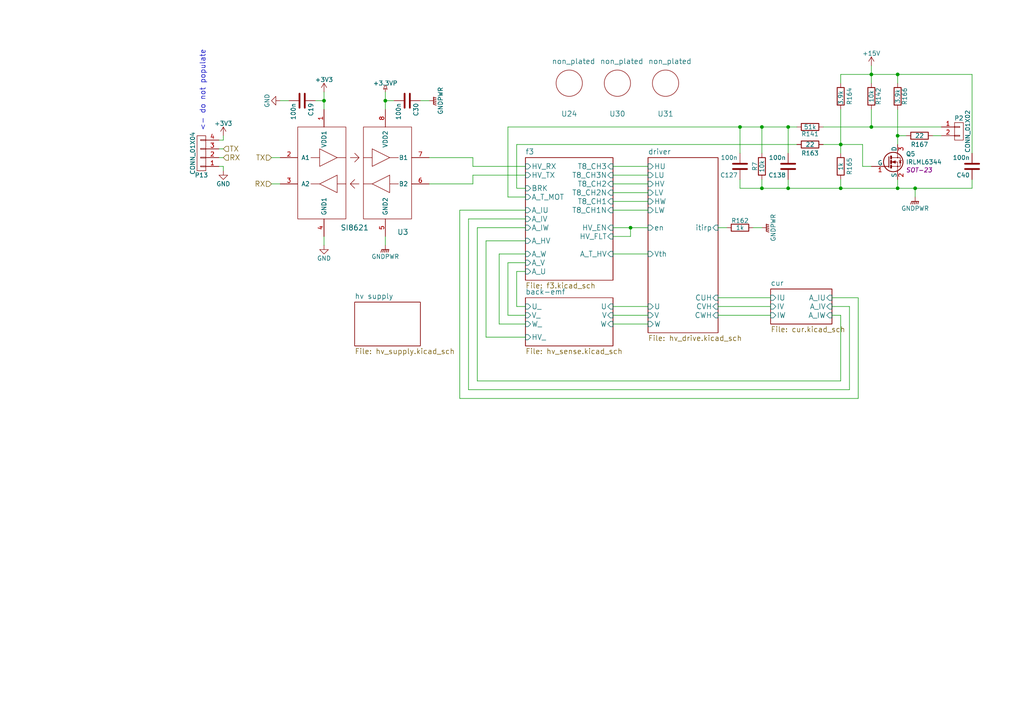
<source format=kicad_sch>
(kicad_sch (version 20211123) (generator eeschema)
  (paper "A4")
  (lib_symbols
    (symbol "stmbl_4.0-rescue:+15V-stmbl" (power) (pin_names (offset 0))
      (property "Value" "+15V-stmbl" (at 0 3.556 0))
      (symbol "+15V-stmbl_0_1"
        (polyline (pts (xy -0.762 1.27) (xy 0 2.54)))
        (polyline (pts (xy 0 0) (xy 0 2.54)))
        (polyline (pts (xy 0 2.54) (xy 0.762 1.27)))
      )
      (symbol "+15V-stmbl_1_1"
        (pin power_in line (at 0 0 90) (length 0) hide (name "+15V") (number "1"))
      )
    )
    (symbol "stmbl_4.0-rescue:+3.3V-stmbl" (power) (pin_names (offset 0))
      (property "Value" "+3.3V-stmbl" (at 0 3.556 0))
      (symbol "+3.3V-stmbl_0_1"
        (polyline (pts (xy -0.762 1.27) (xy 0 2.54)))
        (polyline (pts (xy 0 0) (xy 0 2.54)))
        (polyline (pts (xy 0 2.54) (xy 0.762 1.27)))
      )
      (symbol "+3.3V-stmbl_1_1"
        (pin power_in line (at 0 0 90) (length 0) hide (name "+3V3") (number "1"))
      )
    )
    (symbol "stmbl_4.0-rescue:+3.3VP-stmbl" (power) (pin_names (offset 0))
      (property "Value" "+3.3VP-stmbl" (at 0 2.54 0))
      (symbol "+3.3VP-stmbl_0_0"
        (pin power_in line (at 0 0 90) (length 0) hide (name "+3.3VP") (number "1"))
      )
      (symbol "+3.3VP-stmbl_0_1"
        (polyline (pts (xy 0 0) (xy 0 1.016) (xy 0 1.016)))
        (polyline (pts (xy 0.508 0.762) (xy 0 1.016) (xy -0.508 0.762) (xy -0.254 1.778) (xy 0.254 1.778) (xy 0.508 0.762) (xy 0.508 0.762)))
      )
    )
    (symbol "stmbl_4.0-rescue:C-stmbl" (pin_numbers hide) (pin_names (offset 0.254))
      (property "Reference" "C" (at 0.635 2.54 0))
      (property "Value" "C-stmbl" (at 0.635 -2.54 0))
      (symbol "C-stmbl_0_1"
        (polyline (pts (xy -2.032 -0.762) (xy 2.032 -0.762)) (stroke (width 0.508)))
        (polyline (pts (xy -2.032 0.762) (xy 2.032 0.762)) (stroke (width 0.508)))
      )
      (symbol "C-stmbl_1_1"
        (pin passive line (at 0 3.81 270) (length 2.794) (name "~") (number "1"))
        (pin passive line (at 0 -3.81 90) (length 2.794) (name "~") (number "2"))
      )
    )
    (symbol "stmbl_4.0-rescue:CONN_01X02-stmbl" (pin_names (offset 1.016) hide)
      (property "Reference" "P" (at 0 3.81 0))
      (property "Value" "CONN_01X02-stmbl" (at 2.54 0 90))
      (symbol "CONN_01X02-stmbl_0_1"
        (rectangle (start -1.27 -1.143) (end 0.254 -1.397))
        (rectangle (start -1.27 1.397) (end 0.254 1.143))
        (rectangle (start -1.27 2.54) (end 1.27 -2.54))
      )
      (symbol "CONN_01X02-stmbl_1_1"
        (pin passive line (at -5.08 1.27 0) (length 3.81) (name "P1") (number "1"))
        (pin passive line (at -5.08 -1.27 0) (length 3.81) (name "P2") (number "2"))
      )
    )
    (symbol "stmbl_4.0-rescue:CONN_01X04-stmbl" (pin_names (offset 1.016) hide)
      (property "Reference" "P" (at 0 6.35 0))
      (property "Value" "CONN_01X04-stmbl" (at 2.54 0 90))
      (symbol "CONN_01X04-stmbl_0_1"
        (rectangle (start -1.27 -3.683) (end 0.254 -3.937))
        (rectangle (start -1.27 -1.143) (end 0.254 -1.397))
        (rectangle (start -1.27 1.397) (end 0.254 1.143))
        (rectangle (start -1.27 3.937) (end 0.254 3.683))
        (rectangle (start -1.27 5.08) (end 1.27 -5.08))
      )
      (symbol "CONN_01X04-stmbl_1_1"
        (pin passive line (at -5.08 3.81 0) (length 3.81) (name "P1") (number "1"))
        (pin passive line (at -5.08 1.27 0) (length 3.81) (name "P2") (number "2"))
        (pin passive line (at -5.08 -1.27 0) (length 3.81) (name "P3") (number "3"))
        (pin passive line (at -5.08 -3.81 0) (length 3.81) (name "P4") (number "4"))
      )
    )
    (symbol "stmbl_4.0-rescue:GND-stmbl" (power) (pin_names (offset 0))
      (property "Value" "GND-stmbl" (at 0 -3.81 0))
      (symbol "GND-stmbl_0_1"
        (polyline (pts (xy 0 0) (xy 0 -1.27) (xy 1.27 -1.27) (xy 0 -2.54) (xy -1.27 -1.27) (xy 0 -1.27)))
      )
      (symbol "GND-stmbl_1_1"
        (pin power_in line (at 0 0 270) (length 0) hide (name "GND") (number "1"))
      )
    )
    (symbol "stmbl_4.0-rescue:GNDPWR-stmbl" (power) (pin_names (offset 0))
      (property "Value" "GNDPWR-stmbl" (at 0 -3.302 0))
      (symbol "GNDPWR-stmbl_0_1"
        (polyline (pts (xy 0 -1.27) (xy 0 0)))
        (polyline (pts (xy -1.016 -1.27) (xy -1.27 -2.032) (xy -1.27 -2.032)) (stroke (width 0.2032)))
        (polyline (pts (xy -0.508 -1.27) (xy -0.762 -2.032) (xy -0.762 -2.032)) (stroke (width 0.2032)))
        (polyline (pts (xy 0 -1.27) (xy -0.254 -2.032) (xy -0.254 -2.032)) (stroke (width 0.2032)))
        (polyline (pts (xy 0.508 -1.27) (xy 0.254 -2.032) (xy 0.254 -2.032)) (stroke (width 0.2032)))
        (polyline (pts (xy 1.016 -1.27) (xy -1.016 -1.27) (xy -1.016 -1.27)) (stroke (width 0.2032)))
        (polyline (pts (xy 1.016 -1.27) (xy 0.762 -2.032) (xy 0.762 -2.032) (xy 0.762 -2.032)) (stroke (width 0.2032)))
      )
      (symbol "GNDPWR-stmbl_1_1"
        (pin power_in line (at 0 0 90) (length 0) hide (name "GNDPWR") (number "1"))
      )
    )
    (symbol "stmbl_4.0-rescue:MMBF170-stmbl" (pin_names (offset 0))
      (property "Reference" "Q" (at 5.08 1.905 0))
      (property "Value" "MMBF170-stmbl" (at 5.08 0 0))
      (property "Footprint" "SOT-23" (at 5.08 -1.905 0))
      (symbol "MMBF170-stmbl_0_1"
        (polyline (pts (xy 0.635 -1.016) (xy 0.635 -1.651)) (stroke (width 0.508)))
        (polyline (pts (xy 0.635 0.381) (xy 0.635 -0.381)) (stroke (width 0.508)))
        (polyline (pts (xy 0.635 1.651) (xy 0.635 1.016)) (stroke (width 0.508)))
        (polyline (pts (xy 3.048 0.381) (xy 2.921 0.254)))
        (polyline (pts (xy 3.048 0.381) (xy 3.556 0.381)))
        (polyline (pts (xy 3.556 0.381) (xy 3.683 0.508)))
        (polyline (pts (xy 0 1.524) (xy 0 -1.524) (xy 0 -1.524)) (stroke (width 0.254)))
        (polyline (pts (xy 0.762 -1.27) (xy 2.54 -1.27) (xy 2.54 -2.54) (xy 2.54 -2.54)))
        (polyline (pts (xy 0.762 1.27) (xy 2.54 1.27) (xy 2.54 2.54) (xy 2.54 2.54)))
        (polyline (pts (xy 2.54 1.27) (xy 3.302 1.27) (xy 3.302 -1.27) (xy 2.54 -1.27)))
        (polyline (pts (xy 3.302 0.381) (xy 3.048 -0.254) (xy 3.556 -0.254) (xy 3.302 0.381)) (fill (type outline)))
        (polyline (pts (xy 0.762 0) (xy 1.27 0) (xy 2.54 0) (xy 2.54 -1.27) (xy 2.54 -1.27)))
        (polyline (pts (xy 0.889 0) (xy 1.905 0.381) (xy 1.905 -0.381) (xy 0.889 0) (xy 1.016 0) (xy 1.016 0)) (fill (type outline)))
        (circle (center 1.27 0) (radius 2.8194) (stroke (width 0.254)))
        (circle (center 2.54 -1.27) (radius 0.127))
        (circle (center 2.54 1.27) (radius 0.127))
      )
      (symbol "MMBF170-stmbl_1_1"
        (pin input line (at -5.08 -1.27 0) (length 5.08) (name "G") (number "1"))
        (pin passive line (at 2.54 -5.08 90) (length 2.54) (name "S") (number "2"))
        (pin passive line (at 2.54 5.08 270) (length 2.54) (name "D") (number "3"))
      )
    )
    (symbol "stmbl_4.0-rescue:R-stmbl" (pin_numbers hide) (pin_names (offset 0))
      (property "Reference" "R" (at 2.032 0 90))
      (property "Value" "R-stmbl" (at 0 0 90))
      (symbol "R-stmbl_0_1"
        (rectangle (start -1.016 -2.54) (end 1.016 2.54) (stroke (width 0.254)))
      )
      (symbol "R-stmbl_1_1"
        (pin passive line (at 0 3.81 270) (length 1.27) (name "~") (number "1"))
        (pin passive line (at 0 -3.81 90) (length 1.27) (name "~") (number "2"))
      )
    )
    (symbol "stmbl_4.0-rescue:SI8621-stmbl" (pin_names (offset 1.016))
      (property "Reference" "U" (at 13.97 -17.78 0))
      (property "Value" "SI8621-stmbl" (at 0 -16.51 0))
      (symbol "SI8621-stmbl_0_1"
        (rectangle (start -16.51 12.7) (end -2.54 -13.97))
        (polyline (pts (xy -10.16 -3.81) (xy -12.7 -3.81)))
        (polyline (pts (xy -10.16 3.81) (xy -12.7 3.81)))
        (polyline (pts (xy -5.08 -3.81) (xy -2.54 -3.81)))
        (polyline (pts (xy -5.08 3.81) (xy -2.54 3.81)))
        (polyline (pts (xy -1.27 -3.81) (xy 0 -5.08)))
        (polyline (pts (xy 1.27 3.81) (xy 0 2.54)))
        (polyline (pts (xy 2.54 -3.81) (xy 5.08 -3.81)))
        (polyline (pts (xy 2.54 3.81) (xy 5.08 3.81)))
        (polyline (pts (xy 10.16 -3.81) (xy 12.7 -3.81)))
        (polyline (pts (xy 10.16 3.81) (xy 12.7 3.81)))
        (polyline (pts (xy -1.27 3.81) (xy 1.27 3.81) (xy 0 5.08)))
        (polyline (pts (xy 1.27 -3.81) (xy -1.27 -3.81) (xy 0 -2.54)))
        (polyline (pts (xy -10.16 6.35) (xy -5.08 3.81) (xy -10.16 1.27) (xy -10.16 6.35)))
        (polyline (pts (xy -5.08 -1.27) (xy -10.16 -3.81) (xy -5.08 -6.35) (xy -5.08 -1.27)))
        (polyline (pts (xy 5.08 6.35) (xy 10.16 3.81) (xy 5.08 1.27) (xy 5.08 6.35)))
        (polyline (pts (xy 10.16 -1.27) (xy 5.08 -3.81) (xy 10.16 -6.35) (xy 10.16 -1.27)))
        (rectangle (start 2.54 12.7) (end 16.51 -13.97))
      )
      (symbol "SI8621-stmbl_1_1"
        (pin power_in line (at -8.89 17.78 270) (length 5.08) (name "VDD1") (number "1"))
        (pin input line (at -21.59 3.81 0) (length 5.08) (name "A1") (number "2"))
        (pin output line (at -21.59 -3.81 0) (length 5.08) (name "A2") (number "3"))
        (pin power_in line (at -8.89 -19.05 90) (length 5.08) (name "GND1") (number "4"))
        (pin power_in line (at 8.89 -19.05 90) (length 5.08) (name "GND2") (number "5"))
        (pin input line (at 21.59 -3.81 180) (length 5.08) (name "B2") (number "6"))
        (pin output line (at 21.59 3.81 180) (length 5.08) (name "B1") (number "7"))
        (pin power_in line (at 8.89 17.78 270) (length 5.08) (name "VDD2") (number "8"))
      )
    )
    (symbol "stmbl_4.0-rescue:non_plated-stmbl" (pin_names (offset 1.016))
      (property "Reference" "U" (at 0 -8.89 0))
      (property "Value" "non_plated-stmbl" (at 1.27 6.35 0))
      (symbol "non_plated-stmbl_0_1"
        (circle (center 0 0) (radius 3.81))
      )
    )
  )
  (junction (at 243.84 41.91))
  (junction (at 220.98 54.61))
  (junction (at 228.6 36.83))
  (junction (at 252.73 36.83))
  (junction (at 265.43 54.61))
  (junction (at 214.63 36.83))
  (junction (at 243.84 54.61))
  (junction (at 260.35 39.37))
  (junction (at 111.76 29.21))
  (junction (at 252.73 21.59))
  (junction (at 228.6 54.61))
  (junction (at 260.35 21.59))
  (junction (at 182.88 66.04))
  (junction (at 220.98 36.83))
  (junction (at 260.35 54.61))
  (junction (at 93.98 29.21))
  (wire (pts (xy 93.98 71.12) (xy 93.98 68.58)))
  (wire (pts (xy 228.6 52.07) (xy 228.6 54.61)))
  (wire (pts (xy 281.94 54.61) (xy 281.94 52.07)))
  (wire (pts (xy 214.63 44.45) (xy 214.63 36.83)))
  (wire (pts (xy 177.8 55.88) (xy 187.96 55.88)))
  (wire (pts (xy 152.4 73.66) (xy 144.78 73.66)))
  (wire (pts (xy 111.76 71.12) (xy 111.76 68.58)))
  (wire (pts (xy 177.8 93.98) (xy 187.96 93.98)))
  (wire (pts (xy 260.35 21.59) (xy 281.94 21.59)))
  (wire (pts (xy 228.6 54.61) (xy 243.84 54.61)))
  (wire (pts (xy 246.38 88.9) (xy 246.38 113.03)))
  (wire (pts (xy 144.78 93.98) (xy 152.4 93.98)))
  (wire (pts (xy 144.78 73.66) (xy 144.78 93.98)))
  (wire (pts (xy 210.82 66.04) (xy 208.28 66.04)))
  (wire (pts (xy 177.8 48.26) (xy 187.96 48.26)))
  (wire (pts (xy 152.4 63.5) (xy 135.89 63.5)))
  (wire (pts (xy 243.84 31.75) (xy 243.84 41.91)))
  (wire (pts (xy 243.84 110.49) (xy 243.84 91.44)))
  (wire (pts (xy 140.97 97.79) (xy 140.97 69.85)))
  (wire (pts (xy 147.32 57.15) (xy 147.32 36.83)))
  (wire (pts (xy 252.73 19.05) (xy 252.73 21.59)))
  (wire (pts (xy 137.16 53.34) (xy 124.46 53.34)))
  (wire (pts (xy 243.84 91.44) (xy 241.3 91.44)))
  (wire (pts (xy 243.84 54.61) (xy 260.35 54.61)))
  (wire (pts (xy 241.3 88.9) (xy 246.38 88.9)))
  (wire (pts (xy 260.35 31.75) (xy 260.35 39.37)))
  (wire (pts (xy 140.97 69.85) (xy 152.4 69.85)))
  (wire (pts (xy 241.3 86.36) (xy 248.92 86.36)))
  (wire (pts (xy 137.16 50.8) (xy 137.16 53.34)))
  (wire (pts (xy 252.73 21.59) (xy 252.73 24.13)))
  (wire (pts (xy 152.4 50.8) (xy 137.16 50.8)))
  (wire (pts (xy 152.4 57.15) (xy 147.32 57.15)))
  (wire (pts (xy 214.63 52.07) (xy 214.63 54.61)))
  (wire (pts (xy 262.89 39.37) (xy 260.35 39.37)))
  (wire (pts (xy 220.98 54.61) (xy 228.6 54.61)))
  (wire (pts (xy 260.35 39.37) (xy 260.35 41.91)))
  (wire (pts (xy 208.28 86.36) (xy 223.52 86.36)))
  (wire (pts (xy 238.76 36.83) (xy 252.73 36.83)))
  (wire (pts (xy 135.89 63.5) (xy 135.89 113.03)))
  (wire (pts (xy 78.74 45.72) (xy 81.28 45.72)))
  (wire (pts (xy 152.4 97.79) (xy 140.97 97.79)))
  (wire (pts (xy 138.43 110.49) (xy 138.43 66.04)))
  (wire (pts (xy 152.4 78.74) (xy 149.86 78.74)))
  (wire (pts (xy 273.05 39.37) (xy 270.51 39.37)))
  (wire (pts (xy 177.8 73.66) (xy 187.96 73.66)))
  (wire (pts (xy 149.86 54.61) (xy 149.86 41.91)))
  (wire (pts (xy 214.63 36.83) (xy 220.98 36.83)))
  (wire (pts (xy 177.8 50.8) (xy 187.96 50.8)))
  (wire (pts (xy 124.46 45.72) (xy 137.16 45.72)))
  (wire (pts (xy 114.3 29.21) (xy 111.76 29.21)))
  (wire (pts (xy 252.73 21.59) (xy 243.84 21.59)))
  (wire (pts (xy 133.35 60.96) (xy 152.4 60.96)))
  (wire (pts (xy 152.4 54.61) (xy 149.86 54.61)))
  (wire (pts (xy 149.86 78.74) (xy 149.86 88.9)))
  (wire (pts (xy 147.32 76.2) (xy 152.4 76.2)))
  (wire (pts (xy 243.84 44.45) (xy 243.84 41.91)))
  (wire (pts (xy 111.76 29.21) (xy 111.76 31.75)))
  (wire (pts (xy 252.73 21.59) (xy 260.35 21.59)))
  (wire (pts (xy 177.8 60.96) (xy 187.96 60.96)))
  (wire (pts (xy 138.43 110.49) (xy 243.84 110.49)))
  (wire (pts (xy 248.92 86.36) (xy 248.92 115.57)))
  (wire (pts (xy 243.84 41.91) (xy 250.19 41.91)))
  (wire (pts (xy 214.63 54.61) (xy 220.98 54.61)))
  (wire (pts (xy 177.8 91.44) (xy 187.96 91.44)))
  (wire (pts (xy 250.19 41.91) (xy 250.19 48.26)))
  (wire (pts (xy 220.98 52.07) (xy 220.98 54.61)))
  (wire (pts (xy 93.98 29.21) (xy 93.98 31.75)))
  (wire (pts (xy 260.35 54.61) (xy 265.43 54.61)))
  (wire (pts (xy 78.74 53.34) (xy 81.28 53.34)))
  (wire (pts (xy 147.32 91.44) (xy 147.32 76.2)))
  (wire (pts (xy 64.77 48.26) (xy 64.77 49.53)))
  (wire (pts (xy 228.6 36.83) (xy 228.6 44.45)))
  (wire (pts (xy 137.16 45.72) (xy 137.16 48.26)))
  (wire (pts (xy 177.8 58.42) (xy 187.96 58.42)))
  (wire (pts (xy 265.43 54.61) (xy 265.43 57.15)))
  (wire (pts (xy 208.28 91.44) (xy 223.52 91.44)))
  (wire (pts (xy 260.35 52.07) (xy 260.35 54.61)))
  (wire (pts (xy 147.32 36.83) (xy 214.63 36.83)))
  (wire (pts (xy 182.88 66.04) (xy 187.96 66.04)))
  (wire (pts (xy 64.77 43.18) (xy 63.5 43.18)))
  (wire (pts (xy 121.92 29.21) (xy 124.46 29.21)))
  (wire (pts (xy 177.8 53.34) (xy 187.96 53.34)))
  (wire (pts (xy 238.76 41.91) (xy 243.84 41.91)))
  (wire (pts (xy 93.98 26.67) (xy 93.98 29.21)))
  (wire (pts (xy 177.8 88.9) (xy 187.96 88.9)))
  (wire (pts (xy 133.35 115.57) (xy 133.35 60.96)))
  (wire (pts (xy 177.8 68.58) (xy 182.88 68.58)))
  (wire (pts (xy 252.73 31.75) (xy 252.73 36.83)))
  (wire (pts (xy 281.94 21.59) (xy 281.94 44.45)))
  (wire (pts (xy 111.76 26.67) (xy 111.76 29.21)))
  (wire (pts (xy 64.77 40.64) (xy 63.5 40.64)))
  (wire (pts (xy 220.98 66.04) (xy 218.44 66.04)))
  (wire (pts (xy 177.8 66.04) (xy 182.88 66.04)))
  (wire (pts (xy 63.5 45.72) (xy 64.77 45.72)))
  (wire (pts (xy 152.4 91.44) (xy 147.32 91.44)))
  (wire (pts (xy 243.84 52.07) (xy 243.84 54.61)))
  (wire (pts (xy 91.44 29.21) (xy 93.98 29.21)))
  (wire (pts (xy 260.35 24.13) (xy 260.35 21.59)))
  (wire (pts (xy 149.86 88.9) (xy 152.4 88.9)))
  (wire (pts (xy 220.98 44.45) (xy 220.98 36.83)))
  (wire (pts (xy 81.28 29.21) (xy 83.82 29.21)))
  (wire (pts (xy 182.88 68.58) (xy 182.88 66.04)))
  (wire (pts (xy 250.19 48.26) (xy 252.73 48.26)))
  (wire (pts (xy 137.16 48.26) (xy 152.4 48.26)))
  (wire (pts (xy 243.84 21.59) (xy 243.84 24.13)))
  (wire (pts (xy 252.73 36.83) (xy 273.05 36.83)))
  (wire (pts (xy 248.92 115.57) (xy 133.35 115.57)))
  (wire (pts (xy 228.6 36.83) (xy 231.14 36.83)))
  (wire (pts (xy 63.5 48.26) (xy 64.77 48.26)))
  (wire (pts (xy 265.43 54.61) (xy 281.94 54.61)))
  (wire (pts (xy 138.43 66.04) (xy 152.4 66.04)))
  (wire (pts (xy 220.98 36.83) (xy 228.6 36.83)))
  (wire (pts (xy 223.52 88.9) (xy 208.28 88.9)))
  (wire (pts (xy 64.77 39.37) (xy 64.77 40.64)))
  (wire (pts (xy 149.86 41.91) (xy 231.14 41.91)))
  (wire (pts (xy 246.38 113.03) (xy 135.89 113.03)))
  (text "<- do not populate" (at 59.69 38.1 90) (effects (font (size 1.524 1.524)) (justify left bottom)))
  (hierarchical_label "TX" (shape input) (at 78.74 45.72 180) (effects (font (size 1.524 1.524))))
  (hierarchical_label "TX" (shape input) (at 64.77 43.18 0) (effects (font (size 1.524 1.524))))
  (hierarchical_label "RX" (shape input) (at 78.74 53.34 180) (effects (font (size 1.524 1.524))))
  (hierarchical_label "RX" (shape input) (at 64.77 45.72 0) (effects (font (size 1.524 1.524))))
  (symbol (lib_id "stmbl_4.0-rescue:SI8621-stmbl") (at 102.87 49.53 0) (unit 1)
    (property "Reference" "U3" (at 116.84 67.31 0) (effects (font (size 1.524 1.524))))
    (property "Value" "SI8621" (at 102.87 66.04 0) (effects (font (size 1.524 1.524))))
    (property "Footprint" "stmbl:SOIC-8-N" (effects hide))
    (property "Manufacturer No" "Si8621BB-B-IS" (effects hide))
    (property "Voltage" " " (effects hide))
    (property "Source" " " (effects hide))
    (property "Manufacturer" "Silicon Labs" (effects hide))
  )
  (symbol (lib_id "stmbl_4.0-rescue:GND-stmbl") (at 93.98 71.12 0) (unit 1)
    (property "Reference" "#PWR01" (effects hide))
    (property "Value" "GND" (at 93.98 74.93 0))
  )
  (symbol (lib_id "stmbl_4.0-rescue:GNDPWR-stmbl") (at 111.76 71.12 0) (unit 1)
    (property "Reference" "#PWR02" (effects hide))
    (property "Value" "GNDPWR" (at 111.76 74.422 0))
  )
  (symbol (lib_id "stmbl_4.0-rescue:+3.3V-stmbl") (at 93.98 26.67 0) (unit 1)
    (property "Reference" "#PWR03" (effects hide))
    (property "Value" "+3.3V" (at 93.98 23.114 0))
  )
  (symbol (lib_id "stmbl_4.0-rescue:+3.3VP-stmbl") (at 111.76 26.67 0) (unit 1)
    (property "Reference" "#PWR04" (effects hide))
    (property "Value" "+3.3VP" (at 111.76 24.13 0))
  )
  (symbol (lib_id "stmbl_4.0-rescue:C-stmbl") (at 87.63 29.21 270) (unit 1)
    (property "Reference" "C19" (at 90.17 29.845 0) (effects (justify left)))
    (property "Value" "100n" (at 85.09 29.845 0) (effects (justify left)))
    (property "Footprint" "stmbl:C_0603" (effects hide))
    (property "Voltage" "50V" (effects hide))
    (property "Tolerance" "X5R" (effects hide))
  )
  (symbol (lib_id "stmbl_4.0-rescue:C-stmbl") (at 118.11 29.21 270) (unit 1)
    (property "Reference" "C30" (at 120.65 29.845 0) (effects (justify left)))
    (property "Value" "100n" (at 115.57 29.845 0) (effects (justify left)))
    (property "Footprint" "stmbl:C_0603" (effects hide))
    (property "Voltage" "50V" (effects hide))
    (property "Tolerance" "X5R" (effects hide))
  )
  (symbol (lib_id "stmbl_4.0-rescue:GND-stmbl") (at 81.28 29.21 270) (unit 1)
    (property "Reference" "#PWR05" (effects hide))
    (property "Value" "GND" (at 77.47 29.21 0))
  )
  (symbol (lib_id "stmbl_4.0-rescue:GNDPWR-stmbl") (at 124.46 29.21 90) (unit 1)
    (property "Reference" "#PWR06" (effects hide))
    (property "Value" "GNDPWR" (at 127.762 29.21 0))
  )
  (symbol (lib_id "stmbl_4.0-rescue:+3.3V-stmbl") (at 64.77 39.37 0) (mirror y) (unit 1)
    (property "Reference" "#PWR07" (effects hide))
    (property "Value" "+3.3V" (at 64.77 35.814 0))
  )
  (symbol (lib_id "stmbl_4.0-rescue:GND-stmbl") (at 64.77 49.53 0) (unit 1)
    (property "Reference" "#PWR08" (effects hide))
    (property "Value" "GND" (at 64.77 53.34 0))
  )
  (symbol (lib_id "stmbl_4.0-rescue:CONN_01X04-stmbl") (at 58.42 44.45 180) (unit 1)
    (property "Reference" "P13" (at 58.42 50.8 0))
    (property "Value" "CONN_01X04" (at 55.88 44.45 90))
    (property "Footprint" "stmbl:Socket_Strip_Straight_1x04" (effects hide))
  )
  (symbol (lib_id "stmbl_4.0-rescue:CONN_01X02-stmbl") (at 278.13 38.1 0) (unit 1)
    (property "Reference" "P2" (at 278.13 34.29 0))
    (property "Value" "CONN_01X02" (at 280.67 38.1 90))
    (property "Footprint" "stmbl:RM3.5_1x2" (effects hide))
    (property "Manufacturer No" "1844210" (effects hide))
    (property "Manufacturer" "Phoenix" (effects hide))
  )
  (symbol (lib_id "stmbl_4.0-rescue:+15V-stmbl") (at 252.73 19.05 0) (unit 1)
    (property "Reference" "#PWR09" (effects hide))
    (property "Value" "+15V" (at 252.73 15.494 0))
  )
  (symbol (lib_id "stmbl_4.0-rescue:R-stmbl") (at 252.73 27.94 0) (unit 1)
    (property "Reference" "R142" (at 254.762 27.94 90))
    (property "Value" "10k" (at 252.73 27.94 90))
    (property "Footprint" "stmbl:R_0603" (effects hide))
    (property "Tolerance" "1%" (effects hide))
  )
  (symbol (lib_id "stmbl_4.0-rescue:C-stmbl") (at 214.63 48.26 180) (unit 1)
    (property "Reference" "C127" (at 213.995 50.8 0) (effects (justify left)))
    (property "Value" "100n" (at 213.995 45.72 0) (effects (justify left)))
    (property "Footprint" "stmbl:C_0603" (effects hide))
    (property "Voltage" "50V" (effects hide))
    (property "Tolerance" "X5R" (effects hide))
  )
  (symbol (lib_id "stmbl_4.0-rescue:R-stmbl") (at 234.95 36.83 270) (unit 1)
    (property "Reference" "R141" (at 234.95 38.862 90))
    (property "Value" "51k" (at 234.95 36.83 90))
    (property "Footprint" "stmbl:R_0603" (effects hide))
    (property "Tolerance" "1%" (effects hide))
  )
  (symbol (lib_id "stmbl_4.0-rescue:R-stmbl") (at 220.98 48.26 180) (unit 1)
    (property "Reference" "R7" (at 218.948 48.26 90))
    (property "Value" "10k" (at 220.98 48.26 90))
    (property "Footprint" "stmbl:R_0603" (effects hide))
    (property "Tolerance" "1%" (effects hide))
  )
  (symbol (lib_id "stmbl_4.0-rescue:GNDPWR-stmbl") (at 265.43 57.15 0) (unit 1)
    (property "Reference" "#PWR010" (effects hide))
    (property "Value" "GNDPWR" (at 265.43 60.452 0))
  )
  (symbol (lib_id "stmbl_4.0-rescue:non_plated-stmbl") (at 165.1 24.13 0) (unit 1)
    (property "Reference" "U24" (at 165.1 33.02 0) (effects (font (size 1.524 1.524))))
    (property "Value" "non_plated" (at 166.37 17.78 0) (effects (font (size 1.524 1.524))))
    (property "Footprint" "stmbl:non_plated_3mm" (effects hide))
  )
  (symbol (lib_id "stmbl_4.0-rescue:non_plated-stmbl") (at 179.07 24.13 0) (unit 1)
    (property "Reference" "U30" (at 179.07 33.02 0) (effects (font (size 1.524 1.524))))
    (property "Value" "non_plated" (at 180.34 17.78 0) (effects (font (size 1.524 1.524))))
    (property "Footprint" "stmbl:non_plated_3mm" (effects hide))
  )
  (symbol (lib_id "stmbl_4.0-rescue:non_plated-stmbl") (at 193.04 24.13 0) (unit 1)
    (property "Reference" "U31" (at 193.04 33.02 0) (effects (font (size 1.524 1.524))))
    (property "Value" "non_plated" (at 194.31 17.78 0) (effects (font (size 1.524 1.524))))
    (property "Footprint" "stmbl:non_plated_3mm" (effects hide))
  )
  (symbol (lib_id "stmbl_4.0-rescue:C-stmbl") (at 228.6 48.26 180) (unit 1)
    (property "Reference" "C138" (at 227.965 50.8 0) (effects (justify left)))
    (property "Value" "100n" (at 227.965 45.72 0) (effects (justify left)))
    (property "Footprint" "stmbl:C_0603" (effects hide))
    (property "Voltage" "50V" (effects hide))
    (property "Tolerance" "X5R" (effects hide))
  )
  (symbol (lib_id "stmbl_4.0-rescue:C-stmbl") (at 281.94 48.26 180) (unit 1)
    (property "Reference" "C40" (at 281.305 50.8 0) (effects (justify left)))
    (property "Value" "100n" (at 281.305 45.72 0) (effects (justify left)))
    (property "Footprint" "stmbl:C_0603" (effects hide))
    (property "Voltage" "50V" (effects hide))
    (property "Tolerance" "X5R" (effects hide))
  )
  (symbol (lib_id "stmbl_4.0-rescue:R-stmbl") (at 214.63 66.04 90) (unit 1)
    (property "Reference" "R162" (at 214.63 64.008 90))
    (property "Value" "1k" (at 214.63 66.04 90))
    (property "Footprint" "stmbl:R_0603" (effects hide))
    (property "Tolerance" "1%" (effects hide))
  )
  (symbol (lib_id "stmbl_4.0-rescue:GNDPWR-stmbl") (at 220.98 66.04 90) (unit 1)
    (property "Reference" "#PWR011" (effects hide))
    (property "Value" "GNDPWR" (at 224.282 66.04 0))
  )
  (symbol (lib_id "stmbl_4.0-rescue:MMBF170-stmbl") (at 257.81 46.99 0) (unit 1)
    (property "Reference" "Q5" (at 262.7376 44.6532 0) (effects (justify left)))
    (property "Value" "IRLML6344" (at 262.7376 46.99 0) (effects (justify left)))
    (property "Footprint" "SOT-23" (at 262.7376 49.3268 0) (effects (font italic) (justify left)))
    (property "Manufacturer No" "IRLML6344TRPBF" (effects hide))
    (property "Manufacturer" "Infineon" (effects hide))
  )
  (symbol (lib_id "stmbl_4.0-rescue:R-stmbl") (at 234.95 41.91 90) (unit 1)
    (property "Reference" "R163" (at 234.95 44.45 90))
    (property "Value" "22" (at 234.95 41.91 90))
    (property "Footprint" "stmbl:R_0603" (effects hide))
    (property "Tolerance" "1%" (effects hide))
  )
  (symbol (lib_id "stmbl_4.0-rescue:R-stmbl") (at 243.84 27.94 0) (unit 1)
    (property "Reference" "R164" (at 246.38 30.48 90) (effects (justify left)))
    (property "Value" "3.9k" (at 243.84 30.48 90) (effects (justify left)))
    (property "Footprint" "stmbl:R_0603" (effects hide))
    (property "Tolerance" "1%" (effects hide))
  )
  (symbol (lib_id "stmbl_4.0-rescue:R-stmbl") (at 243.84 48.26 0) (unit 1)
    (property "Reference" "R165" (at 246.38 50.8 90) (effects (justify left)))
    (property "Value" "1k" (at 243.84 49.53 90) (effects (justify left)))
    (property "Footprint" "stmbl:R_0603" (effects hide))
    (property "Tolerance" "1%" (effects hide))
  )
  (symbol (lib_id "stmbl_4.0-rescue:R-stmbl") (at 260.35 27.94 0) (unit 1)
    (property "Reference" "R166" (at 262.382 27.94 90))
    (property "Value" "3.9k" (at 260.35 27.94 90))
    (property "Footprint" "stmbl:R_0603" (effects hide))
    (property "Tolerance" "1%" (effects hide))
  )
  (symbol (lib_id "stmbl_4.0-rescue:R-stmbl") (at 266.7 39.37 90) (unit 1)
    (property "Reference" "R167" (at 266.7 41.91 90))
    (property "Value" "22" (at 266.7 39.37 90))
    (property "Footprint" "stmbl:R_0603" (effects hide))
    (property "Tolerance" "1%" (effects hide))
  )
  (sheet (at 152.4 45.72) (size 25.4 35.56)
    (property "Sheet name" "f3" (at 152.4 44.8814 0) (effects (font (size 1.524 1.524)) (justify left bottom)))
    (property "Sheet file" "f3.kicad_sch" (at 152.4 81.9662 0) (effects (font (size 1.524 1.524)) (justify left top)))
    (pin "HV_TX" input (at 152.4 50.8 180) (effects (font (size 1.524 1.524))))
    (pin "HV_RX" input (at 152.4 48.26 180) (effects (font (size 1.524 1.524))))
    (pin "A_HV" input (at 152.4 69.85 180) (effects (font (size 1.524 1.524))))
    (pin "A_U" input (at 152.4 78.74 180) (effects (font (size 1.524 1.524))))
    (pin "A_V" input (at 152.4 76.2 180) (effects (font (size 1.524 1.524))))
    (pin "A_W" input (at 152.4 73.66 180) (effects (font (size 1.524 1.524))))
    (pin "A_T_HV" input (at 177.8 73.66 0) (effects (font (size 1.524 1.524))))
    (pin "HV_EN" input (at 177.8 66.04 0) (effects (font (size 1.524 1.524))))
    (pin "HV_FLT" input (at 177.8 68.58 0) (effects (font (size 1.524 1.524))))
    (pin "A_IU" input (at 152.4 60.96 180) (effects (font (size 1.524 1.524))))
    (pin "A_IV" input (at 152.4 63.5 180) (effects (font (size 1.524 1.524))))
    (pin "A_IW" input (at 152.4 66.04 180) (effects (font (size 1.524 1.524))))
    (pin "A_T_MOT" input (at 152.4 57.15 180) (effects (font (size 1.524 1.524))))
    (pin "T8_CH3" input (at 177.8 48.26 0) (effects (font (size 1.524 1.524))))
    (pin "T8_CH2" input (at 177.8 53.34 0) (effects (font (size 1.524 1.524))))
    (pin "T8_CH1" input (at 177.8 58.42 0) (effects (font (size 1.524 1.524))))
    (pin "T8_CH3N" input (at 177.8 50.8 0) (effects (font (size 1.524 1.524))))
    (pin "T8_CH2N" input (at 177.8 55.88 0) (effects (font (size 1.524 1.524))))
    (pin "T8_CH1N" input (at 177.8 60.96 0) (effects (font (size 1.524 1.524))))
    (pin "BRK" input (at 152.4 54.61 180) (effects (font (size 1.524 1.524))))
  )
  (sheet (at 102.87 87.63) (size 19.05 12.7)
    (property "Sheet name" "hv supply" (at 102.87 86.7914 0) (effects (font (size 1.524 1.524)) (justify left bottom)))
    (property "Sheet file" "hv_supply.kicad_sch" (at 102.87 101.0162 0) (effects (font (size 1.524 1.524)) (justify left top)))
  )
  (sheet (at 152.4 86.36) (size 25.4 13.97)
    (property "Sheet name" "back-emf" (at 152.4 85.5214 0) (effects (font (size 1.524 1.524)) (justify left bottom)))
    (property "Sheet file" "hv_sense.kicad_sch" (at 152.4 101.0162 0) (effects (font (size 1.524 1.524)) (justify left top)))
    (pin "U" input (at 177.8 88.9 0) (effects (font (size 1.524 1.524))))
    (pin "U_" input (at 152.4 88.9 180) (effects (font (size 1.524 1.524))))
    (pin "V" input (at 177.8 91.44 0) (effects (font (size 1.524 1.524))))
    (pin "V_" input (at 152.4 91.44 180) (effects (font (size 1.524 1.524))))
    (pin "W" input (at 177.8 93.98 0) (effects (font (size 1.524 1.524))))
    (pin "W_" input (at 152.4 93.98 180) (effects (font (size 1.524 1.524))))
    (pin "HV_" input (at 152.4 97.79 180) (effects (font (size 1.524 1.524))))
  )
  (sheet (at 187.96 45.72) (size 20.32 50.8)
    (property "Sheet name" "driver" (at 187.96 44.8814 0) (effects (font (size 1.524 1.524)) (justify left bottom)))
    (property "Sheet file" "hv_drive.kicad_sch" (at 187.96 97.2062 0) (effects (font (size 1.524 1.524)) (justify left top)))
    (pin "W" input (at 187.96 93.98 180) (effects (font (size 1.524 1.524))))
    (pin "V" input (at 187.96 91.44 180) (effects (font (size 1.524 1.524))))
    (pin "U" input (at 187.96 88.9 180) (effects (font (size 1.524 1.524))))
    (pin "Vth" input (at 187.96 73.66 180) (effects (font (size 1.524 1.524))))
    (pin "HU" input (at 187.96 48.26 180) (effects (font (size 1.524 1.524))))
    (pin "LU" input (at 187.96 50.8 180) (effects (font (size 1.524 1.524))))
    (pin "HV" input (at 187.96 53.34 180) (effects (font (size 1.524 1.524))))
    (pin "LV" input (at 187.96 55.88 180) (effects (font (size 1.524 1.524))))
    (pin "HW" input (at 187.96 58.42 180) (effects (font (size 1.524 1.524))))
    (pin "LW" input (at 187.96 60.96 180) (effects (font (size 1.524 1.524))))
    (pin "en" input (at 187.96 66.04 180) (effects (font (size 1.524 1.524))))
    (pin "itirp" input (at 208.28 66.04 0) (effects (font (size 1.524 1.524))))
    (pin "CUH" input (at 208.28 86.36 0) (effects (font (size 1.524 1.524))))
    (pin "CVH" input (at 208.28 88.9 0) (effects (font (size 1.524 1.524))))
    (pin "CWH" input (at 208.28 91.44 0) (effects (font (size 1.524 1.524))))
  )
  (sheet (at 223.52 83.82) (size 17.78 10.16)
    (property "Sheet name" "cur" (at 223.52 82.9814 0) (effects (font (size 1.524 1.524)) (justify left bottom)))
    (property "Sheet file" "cur.kicad_sch" (at 223.52 94.6662 0) (effects (font (size 1.524 1.524)) (justify left top)))
    (pin "IU" input (at 223.52 86.36 180) (effects (font (size 1.524 1.524))))
    (pin "IV" input (at 223.52 88.9 180) (effects (font (size 1.524 1.524))))
    (pin "IW" input (at 223.52 91.44 180) (effects (font (size 1.524 1.524))))
    (pin "A_IU" input (at 241.3 86.36 0) (effects (font (size 1.524 1.524))))
    (pin "A_IV" input (at 241.3 88.9 0) (effects (font (size 1.524 1.524))))
    (pin "A_IW" input (at 241.3 91.44 0) (effects (font (size 1.524 1.524))))
  )
)
</source>
